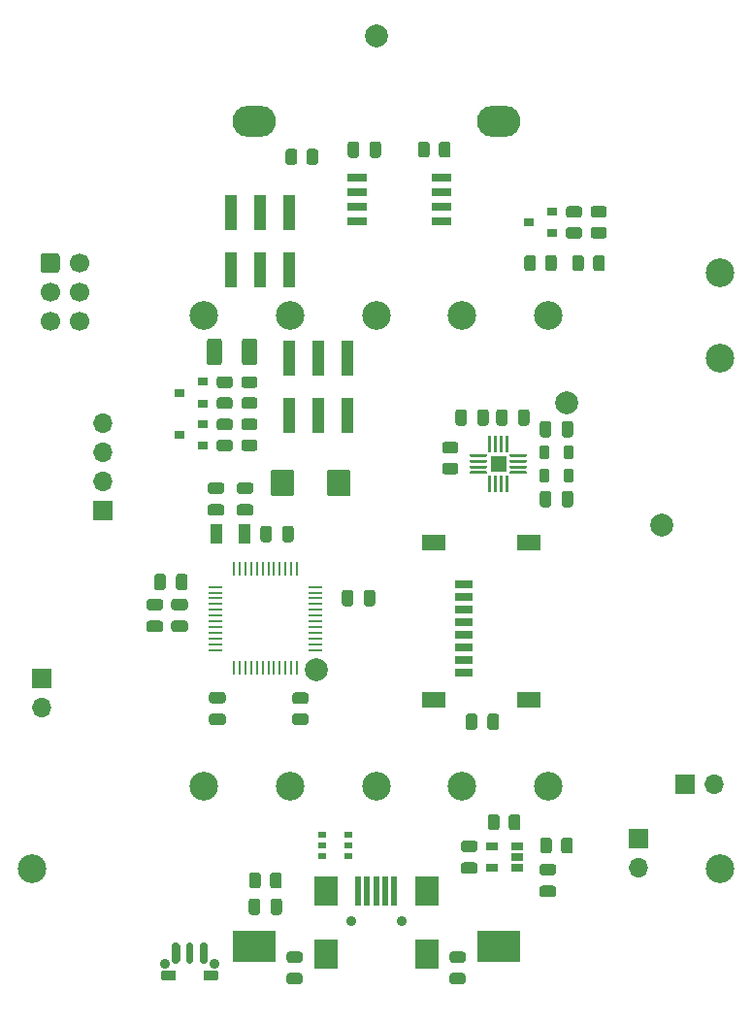
<source format=gbs>
G04 #@! TF.GenerationSoftware,KiCad,Pcbnew,5.1.12-84ad8e8a86~92~ubuntu18.04.1*
G04 #@! TF.CreationDate,2022-01-20T14:35:06+01:00*
G04 #@! TF.ProjectId,pololu-3pi+-audio-expansion,706f6c6f-6c75-42d3-9370-692b2d617564,rev?*
G04 #@! TF.SameCoordinates,Original*
G04 #@! TF.FileFunction,Soldermask,Bot*
G04 #@! TF.FilePolarity,Negative*
%FSLAX46Y46*%
G04 Gerber Fmt 4.6, Leading zero omitted, Abs format (unit mm)*
G04 Created by KiCad (PCBNEW 5.1.12-84ad8e8a86~92~ubuntu18.04.1) date 2022-01-20 14:35:06*
%MOMM*%
%LPD*%
G01*
G04 APERTURE LIST*
%ADD10C,2.000000*%
%ADD11R,1.700000X1.700000*%
%ADD12O,1.700000X1.700000*%
%ADD13C,0.900000*%
%ADD14C,2.500000*%
%ADD15O,3.800000X2.700000*%
%ADD16R,3.800000X2.700000*%
%ADD17R,0.700000X0.510000*%
%ADD18R,1.500000X0.800000*%
%ADD19R,2.000000X1.450000*%
%ADD20R,2.000000X2.500000*%
%ADD21R,0.500000X2.500000*%
%ADD22R,1.000000X3.149999*%
%ADD23R,1.000000X3.150000*%
%ADD24C,1.700000*%
%ADD25R,0.900000X0.800000*%
%ADD26R,0.250000X1.300000*%
%ADD27R,1.300000X0.250000*%
%ADD28R,1.450000X1.450000*%
%ADD29R,1.060000X0.650000*%
%ADD30R,1.700000X0.650000*%
%ADD31R,1.000000X1.800000*%
G04 APERTURE END LIST*
D10*
X49657000Y-33782000D03*
X27813000Y-57023000D03*
X57912000Y-44450000D03*
X33020000Y-1778000D03*
D11*
X9144000Y-43180000D03*
D12*
X9144000Y-40640000D03*
X9144000Y-38100000D03*
X9144000Y-35560000D03*
G36*
G01*
X15564000Y-83502000D02*
X15564000Y-83952000D01*
G75*
G02*
X15339000Y-84177000I-225000J0D01*
G01*
X14489000Y-84177000D01*
G75*
G02*
X14264000Y-83952000I0J225000D01*
G01*
X14264000Y-83502000D01*
G75*
G02*
X14489000Y-83277000I225000J0D01*
G01*
X15339000Y-83277000D01*
G75*
G02*
X15564000Y-83502000I0J-225000D01*
G01*
G37*
G36*
G01*
X19264000Y-83502000D02*
X19264000Y-83952000D01*
G75*
G02*
X19039000Y-84177000I-225000J0D01*
G01*
X18189000Y-84177000D01*
G75*
G02*
X17964000Y-83952000I0J225000D01*
G01*
X17964000Y-83502000D01*
G75*
G02*
X18189000Y-83277000I225000J0D01*
G01*
X19039000Y-83277000D01*
G75*
G02*
X19264000Y-83502000I0J-225000D01*
G01*
G37*
G36*
G01*
X17064000Y-81027000D02*
X17064000Y-82527000D01*
G75*
G02*
X16914000Y-82677000I-150000J0D01*
G01*
X16614000Y-82677000D01*
G75*
G02*
X16464000Y-82527000I0J150000D01*
G01*
X16464000Y-81027000D01*
G75*
G02*
X16614000Y-80877000I150000J0D01*
G01*
X16914000Y-80877000D01*
G75*
G02*
X17064000Y-81027000I0J-150000D01*
G01*
G37*
G36*
G01*
X15914000Y-81064500D02*
X15914000Y-82489500D01*
G75*
G02*
X15726500Y-82677000I-187500J0D01*
G01*
X15351500Y-82677000D01*
G75*
G02*
X15164000Y-82489500I0J187500D01*
G01*
X15164000Y-81064500D01*
G75*
G02*
X15351500Y-80877000I187500J0D01*
G01*
X15726500Y-80877000D01*
G75*
G02*
X15914000Y-81064500I0J-187500D01*
G01*
G37*
G36*
G01*
X18364000Y-81064500D02*
X18364000Y-82489500D01*
G75*
G02*
X18176500Y-82677000I-187500J0D01*
G01*
X17801500Y-82677000D01*
G75*
G02*
X17614000Y-82489500I0J187500D01*
G01*
X17614000Y-81064500D01*
G75*
G02*
X17801500Y-80877000I187500J0D01*
G01*
X18176500Y-80877000D01*
G75*
G02*
X18364000Y-81064500I0J-187500D01*
G01*
G37*
D13*
X14639000Y-82677000D03*
X18889000Y-82677000D03*
D14*
X18018760Y-26149300D03*
X25519380Y-26149300D03*
X33020000Y-26149300D03*
X40520620Y-26149300D03*
X48021240Y-26149300D03*
X63019940Y-22400260D03*
X63019940Y-29900880D03*
X3020060Y-74449940D03*
X63019940Y-74449940D03*
X48021240Y-67249040D03*
X40520620Y-67249040D03*
X33020000Y-67249040D03*
X25519380Y-67249040D03*
X18018760Y-67249040D03*
D15*
X22352000Y-9212000D03*
D16*
X22352000Y-81212000D03*
X43688000Y-81212000D03*
D15*
X43688000Y-9212000D03*
G36*
G01*
X19525000Y-43614000D02*
X18575000Y-43614000D01*
G75*
G02*
X18325000Y-43364000I0J250000D01*
G01*
X18325000Y-42864000D01*
G75*
G02*
X18575000Y-42614000I250000J0D01*
G01*
X19525000Y-42614000D01*
G75*
G02*
X19775000Y-42864000I0J-250000D01*
G01*
X19775000Y-43364000D01*
G75*
G02*
X19525000Y-43614000I-250000J0D01*
G01*
G37*
G36*
G01*
X19525000Y-41714000D02*
X18575000Y-41714000D01*
G75*
G02*
X18325000Y-41464000I0J250000D01*
G01*
X18325000Y-40964000D01*
G75*
G02*
X18575000Y-40714000I250000J0D01*
G01*
X19525000Y-40714000D01*
G75*
G02*
X19775000Y-40964000I0J-250000D01*
G01*
X19775000Y-41464000D01*
G75*
G02*
X19525000Y-41714000I-250000J0D01*
G01*
G37*
G36*
G01*
X22065000Y-41714000D02*
X21115000Y-41714000D01*
G75*
G02*
X20865000Y-41464000I0J250000D01*
G01*
X20865000Y-40964000D01*
G75*
G02*
X21115000Y-40714000I250000J0D01*
G01*
X22065000Y-40714000D01*
G75*
G02*
X22315000Y-40964000I0J-250000D01*
G01*
X22315000Y-41464000D01*
G75*
G02*
X22065000Y-41714000I-250000J0D01*
G01*
G37*
G36*
G01*
X22065000Y-43614000D02*
X21115000Y-43614000D01*
G75*
G02*
X20865000Y-43364000I0J250000D01*
G01*
X20865000Y-42864000D01*
G75*
G02*
X21115000Y-42614000I250000J0D01*
G01*
X22065000Y-42614000D01*
G75*
G02*
X22315000Y-42864000I0J-250000D01*
G01*
X22315000Y-43364000D01*
G75*
G02*
X22065000Y-43614000I-250000J0D01*
G01*
G37*
G36*
G01*
X13241000Y-50874000D02*
X14191000Y-50874000D01*
G75*
G02*
X14441000Y-51124000I0J-250000D01*
G01*
X14441000Y-51624000D01*
G75*
G02*
X14191000Y-51874000I-250000J0D01*
G01*
X13241000Y-51874000D01*
G75*
G02*
X12991000Y-51624000I0J250000D01*
G01*
X12991000Y-51124000D01*
G75*
G02*
X13241000Y-50874000I250000J0D01*
G01*
G37*
G36*
G01*
X13241000Y-52774000D02*
X14191000Y-52774000D01*
G75*
G02*
X14441000Y-53024000I0J-250000D01*
G01*
X14441000Y-53524000D01*
G75*
G02*
X14191000Y-53774000I-250000J0D01*
G01*
X13241000Y-53774000D01*
G75*
G02*
X12991000Y-53524000I0J250000D01*
G01*
X12991000Y-53024000D01*
G75*
G02*
X13241000Y-52774000I250000J0D01*
G01*
G37*
G36*
G01*
X24834000Y-45687000D02*
X24834000Y-44737000D01*
G75*
G02*
X25084000Y-44487000I250000J0D01*
G01*
X25584000Y-44487000D01*
G75*
G02*
X25834000Y-44737000I0J-250000D01*
G01*
X25834000Y-45687000D01*
G75*
G02*
X25584000Y-45937000I-250000J0D01*
G01*
X25084000Y-45937000D01*
G75*
G02*
X24834000Y-45687000I0J250000D01*
G01*
G37*
G36*
G01*
X22934000Y-45687000D02*
X22934000Y-44737000D01*
G75*
G02*
X23184000Y-44487000I250000J0D01*
G01*
X23684000Y-44487000D01*
G75*
G02*
X23934000Y-44737000I0J-250000D01*
G01*
X23934000Y-45687000D01*
G75*
G02*
X23684000Y-45937000I-250000J0D01*
G01*
X23184000Y-45937000D01*
G75*
G02*
X22934000Y-45687000I0J250000D01*
G01*
G37*
G36*
G01*
X30046000Y-51275000D02*
X30046000Y-50325000D01*
G75*
G02*
X30296000Y-50075000I250000J0D01*
G01*
X30796000Y-50075000D01*
G75*
G02*
X31046000Y-50325000I0J-250000D01*
G01*
X31046000Y-51275000D01*
G75*
G02*
X30796000Y-51525000I-250000J0D01*
G01*
X30296000Y-51525000D01*
G75*
G02*
X30046000Y-51275000I0J250000D01*
G01*
G37*
G36*
G01*
X31946000Y-51275000D02*
X31946000Y-50325000D01*
G75*
G02*
X32196000Y-50075000I250000J0D01*
G01*
X32696000Y-50075000D01*
G75*
G02*
X32946000Y-50325000I0J-250000D01*
G01*
X32946000Y-51275000D01*
G75*
G02*
X32696000Y-51525000I-250000J0D01*
G01*
X32196000Y-51525000D01*
G75*
G02*
X31946000Y-51275000I0J250000D01*
G01*
G37*
G36*
G01*
X18702000Y-60902000D02*
X19652000Y-60902000D01*
G75*
G02*
X19902000Y-61152000I0J-250000D01*
G01*
X19902000Y-61652000D01*
G75*
G02*
X19652000Y-61902000I-250000J0D01*
G01*
X18702000Y-61902000D01*
G75*
G02*
X18452000Y-61652000I0J250000D01*
G01*
X18452000Y-61152000D01*
G75*
G02*
X18702000Y-60902000I250000J0D01*
G01*
G37*
G36*
G01*
X18702000Y-59002000D02*
X19652000Y-59002000D01*
G75*
G02*
X19902000Y-59252000I0J-250000D01*
G01*
X19902000Y-59752000D01*
G75*
G02*
X19652000Y-60002000I-250000J0D01*
G01*
X18702000Y-60002000D01*
G75*
G02*
X18452000Y-59752000I0J250000D01*
G01*
X18452000Y-59252000D01*
G75*
G02*
X18702000Y-59002000I250000J0D01*
G01*
G37*
G36*
G01*
X15400000Y-50874000D02*
X16350000Y-50874000D01*
G75*
G02*
X16600000Y-51124000I0J-250000D01*
G01*
X16600000Y-51624000D01*
G75*
G02*
X16350000Y-51874000I-250000J0D01*
G01*
X15400000Y-51874000D01*
G75*
G02*
X15150000Y-51624000I0J250000D01*
G01*
X15150000Y-51124000D01*
G75*
G02*
X15400000Y-50874000I250000J0D01*
G01*
G37*
G36*
G01*
X15400000Y-52774000D02*
X16350000Y-52774000D01*
G75*
G02*
X16600000Y-53024000I0J-250000D01*
G01*
X16600000Y-53524000D01*
G75*
G02*
X16350000Y-53774000I-250000J0D01*
G01*
X15400000Y-53774000D01*
G75*
G02*
X15150000Y-53524000I0J250000D01*
G01*
X15150000Y-53024000D01*
G75*
G02*
X15400000Y-52774000I250000J0D01*
G01*
G37*
G36*
G01*
X16563000Y-48928000D02*
X16563000Y-49878000D01*
G75*
G02*
X16313000Y-50128000I-250000J0D01*
G01*
X15813000Y-50128000D01*
G75*
G02*
X15563000Y-49878000I0J250000D01*
G01*
X15563000Y-48928000D01*
G75*
G02*
X15813000Y-48678000I250000J0D01*
G01*
X16313000Y-48678000D01*
G75*
G02*
X16563000Y-48928000I0J-250000D01*
G01*
G37*
G36*
G01*
X14663000Y-48928000D02*
X14663000Y-49878000D01*
G75*
G02*
X14413000Y-50128000I-250000J0D01*
G01*
X13913000Y-50128000D01*
G75*
G02*
X13663000Y-49878000I0J250000D01*
G01*
X13663000Y-48928000D01*
G75*
G02*
X13913000Y-48678000I250000J0D01*
G01*
X14413000Y-48678000D01*
G75*
G02*
X14663000Y-48928000I0J-250000D01*
G01*
G37*
G36*
G01*
X43741000Y-61120000D02*
X43741000Y-62070000D01*
G75*
G02*
X43491000Y-62320000I-250000J0D01*
G01*
X42991000Y-62320000D01*
G75*
G02*
X42741000Y-62070000I0J250000D01*
G01*
X42741000Y-61120000D01*
G75*
G02*
X42991000Y-60870000I250000J0D01*
G01*
X43491000Y-60870000D01*
G75*
G02*
X43741000Y-61120000I0J-250000D01*
G01*
G37*
G36*
G01*
X41841000Y-61120000D02*
X41841000Y-62070000D01*
G75*
G02*
X41591000Y-62320000I-250000J0D01*
G01*
X41091000Y-62320000D01*
G75*
G02*
X40841000Y-62070000I0J250000D01*
G01*
X40841000Y-61120000D01*
G75*
G02*
X41091000Y-60870000I250000J0D01*
G01*
X41591000Y-60870000D01*
G75*
G02*
X41841000Y-61120000I0J-250000D01*
G01*
G37*
G36*
G01*
X42852000Y-34577000D02*
X42852000Y-35527000D01*
G75*
G02*
X42602000Y-35777000I-250000J0D01*
G01*
X42102000Y-35777000D01*
G75*
G02*
X41852000Y-35527000I0J250000D01*
G01*
X41852000Y-34577000D01*
G75*
G02*
X42102000Y-34327000I250000J0D01*
G01*
X42602000Y-34327000D01*
G75*
G02*
X42852000Y-34577000I0J-250000D01*
G01*
G37*
G36*
G01*
X40952000Y-34577000D02*
X40952000Y-35527000D01*
G75*
G02*
X40702000Y-35777000I-250000J0D01*
G01*
X40202000Y-35777000D01*
G75*
G02*
X39952000Y-35527000I0J250000D01*
G01*
X39952000Y-34577000D01*
G75*
G02*
X40202000Y-34327000I250000J0D01*
G01*
X40702000Y-34327000D01*
G75*
G02*
X40952000Y-34577000I0J-250000D01*
G01*
G37*
G36*
G01*
X43508000Y-35527000D02*
X43508000Y-34577000D01*
G75*
G02*
X43758000Y-34327000I250000J0D01*
G01*
X44258000Y-34327000D01*
G75*
G02*
X44508000Y-34577000I0J-250000D01*
G01*
X44508000Y-35527000D01*
G75*
G02*
X44258000Y-35777000I-250000J0D01*
G01*
X43758000Y-35777000D01*
G75*
G02*
X43508000Y-35527000I0J250000D01*
G01*
G37*
G36*
G01*
X45408000Y-35527000D02*
X45408000Y-34577000D01*
G75*
G02*
X45658000Y-34327000I250000J0D01*
G01*
X46158000Y-34327000D01*
G75*
G02*
X46408000Y-34577000I0J-250000D01*
G01*
X46408000Y-35527000D01*
G75*
G02*
X46158000Y-35777000I-250000J0D01*
G01*
X45658000Y-35777000D01*
G75*
G02*
X45408000Y-35527000I0J250000D01*
G01*
G37*
G36*
G01*
X48318000Y-35593000D02*
X48318000Y-36543000D01*
G75*
G02*
X48068000Y-36793000I-250000J0D01*
G01*
X47568000Y-36793000D01*
G75*
G02*
X47318000Y-36543000I0J250000D01*
G01*
X47318000Y-35593000D01*
G75*
G02*
X47568000Y-35343000I250000J0D01*
G01*
X48068000Y-35343000D01*
G75*
G02*
X48318000Y-35593000I0J-250000D01*
G01*
G37*
G36*
G01*
X50218000Y-35593000D02*
X50218000Y-36543000D01*
G75*
G02*
X49968000Y-36793000I-250000J0D01*
G01*
X49468000Y-36793000D01*
G75*
G02*
X49218000Y-36543000I0J250000D01*
G01*
X49218000Y-35593000D01*
G75*
G02*
X49468000Y-35343000I250000J0D01*
G01*
X49968000Y-35343000D01*
G75*
G02*
X50218000Y-35593000I0J-250000D01*
G01*
G37*
G36*
G01*
X48318000Y-41689000D02*
X48318000Y-42639000D01*
G75*
G02*
X48068000Y-42889000I-250000J0D01*
G01*
X47568000Y-42889000D01*
G75*
G02*
X47318000Y-42639000I0J250000D01*
G01*
X47318000Y-41689000D01*
G75*
G02*
X47568000Y-41439000I250000J0D01*
G01*
X48068000Y-41439000D01*
G75*
G02*
X48318000Y-41689000I0J-250000D01*
G01*
G37*
G36*
G01*
X50218000Y-41689000D02*
X50218000Y-42639000D01*
G75*
G02*
X49968000Y-42889000I-250000J0D01*
G01*
X49468000Y-42889000D01*
G75*
G02*
X49218000Y-42639000I0J250000D01*
G01*
X49218000Y-41689000D01*
G75*
G02*
X49468000Y-41439000I250000J0D01*
G01*
X49968000Y-41439000D01*
G75*
G02*
X50218000Y-41689000I0J-250000D01*
G01*
G37*
G36*
G01*
X22918000Y-77249000D02*
X22918000Y-78199000D01*
G75*
G02*
X22668000Y-78449000I-250000J0D01*
G01*
X22168000Y-78449000D01*
G75*
G02*
X21918000Y-78199000I0J250000D01*
G01*
X21918000Y-77249000D01*
G75*
G02*
X22168000Y-76999000I250000J0D01*
G01*
X22668000Y-76999000D01*
G75*
G02*
X22918000Y-77249000I0J-250000D01*
G01*
G37*
G36*
G01*
X24818000Y-77249000D02*
X24818000Y-78199000D01*
G75*
G02*
X24568000Y-78449000I-250000J0D01*
G01*
X24068000Y-78449000D01*
G75*
G02*
X23818000Y-78199000I0J250000D01*
G01*
X23818000Y-77249000D01*
G75*
G02*
X24068000Y-76999000I250000J0D01*
G01*
X24568000Y-76999000D01*
G75*
G02*
X24818000Y-77249000I0J-250000D01*
G01*
G37*
G36*
G01*
X41623000Y-72956000D02*
X40673000Y-72956000D01*
G75*
G02*
X40423000Y-72706000I0J250000D01*
G01*
X40423000Y-72206000D01*
G75*
G02*
X40673000Y-71956000I250000J0D01*
G01*
X41623000Y-71956000D01*
G75*
G02*
X41873000Y-72206000I0J-250000D01*
G01*
X41873000Y-72706000D01*
G75*
G02*
X41623000Y-72956000I-250000J0D01*
G01*
G37*
G36*
G01*
X41623000Y-74856000D02*
X40673000Y-74856000D01*
G75*
G02*
X40423000Y-74606000I0J250000D01*
G01*
X40423000Y-74106000D01*
G75*
G02*
X40673000Y-73856000I250000J0D01*
G01*
X41623000Y-73856000D01*
G75*
G02*
X41873000Y-74106000I0J-250000D01*
G01*
X41873000Y-74606000D01*
G75*
G02*
X41623000Y-74856000I-250000J0D01*
G01*
G37*
G36*
G01*
X47531000Y-73988000D02*
X48481000Y-73988000D01*
G75*
G02*
X48731000Y-74238000I0J-250000D01*
G01*
X48731000Y-74738000D01*
G75*
G02*
X48481000Y-74988000I-250000J0D01*
G01*
X47531000Y-74988000D01*
G75*
G02*
X47281000Y-74738000I0J250000D01*
G01*
X47281000Y-74238000D01*
G75*
G02*
X47531000Y-73988000I250000J0D01*
G01*
G37*
G36*
G01*
X47531000Y-75888000D02*
X48481000Y-75888000D01*
G75*
G02*
X48731000Y-76138000I0J-250000D01*
G01*
X48731000Y-76638000D01*
G75*
G02*
X48481000Y-76888000I-250000J0D01*
G01*
X47531000Y-76888000D01*
G75*
G02*
X47281000Y-76638000I0J250000D01*
G01*
X47281000Y-76138000D01*
G75*
G02*
X47531000Y-75888000I250000J0D01*
G01*
G37*
G36*
G01*
X31554000Y-11209000D02*
X31554000Y-12159000D01*
G75*
G02*
X31304000Y-12409000I-250000J0D01*
G01*
X30804000Y-12409000D01*
G75*
G02*
X30554000Y-12159000I0J250000D01*
G01*
X30554000Y-11209000D01*
G75*
G02*
X30804000Y-10959000I250000J0D01*
G01*
X31304000Y-10959000D01*
G75*
G02*
X31554000Y-11209000I0J-250000D01*
G01*
G37*
G36*
G01*
X33454000Y-11209000D02*
X33454000Y-12159000D01*
G75*
G02*
X33204000Y-12409000I-250000J0D01*
G01*
X32704000Y-12409000D01*
G75*
G02*
X32454000Y-12159000I0J250000D01*
G01*
X32454000Y-11209000D01*
G75*
G02*
X32704000Y-10959000I250000J0D01*
G01*
X33204000Y-10959000D01*
G75*
G02*
X33454000Y-11209000I0J-250000D01*
G01*
G37*
G36*
G01*
X26364250Y-82608000D02*
X25451750Y-82608000D01*
G75*
G02*
X25208000Y-82364250I0J243750D01*
G01*
X25208000Y-81876750D01*
G75*
G02*
X25451750Y-81633000I243750J0D01*
G01*
X26364250Y-81633000D01*
G75*
G02*
X26608000Y-81876750I0J-243750D01*
G01*
X26608000Y-82364250D01*
G75*
G02*
X26364250Y-82608000I-243750J0D01*
G01*
G37*
G36*
G01*
X26364250Y-84483000D02*
X25451750Y-84483000D01*
G75*
G02*
X25208000Y-84239250I0J243750D01*
G01*
X25208000Y-83751750D01*
G75*
G02*
X25451750Y-83508000I243750J0D01*
G01*
X26364250Y-83508000D01*
G75*
G02*
X26608000Y-83751750I0J-243750D01*
G01*
X26608000Y-84239250D01*
G75*
G02*
X26364250Y-84483000I-243750J0D01*
G01*
G37*
D17*
X28304000Y-73340000D03*
X28304000Y-72390000D03*
X28304000Y-71440000D03*
X30624000Y-71440000D03*
X30624000Y-72390000D03*
X30624000Y-73340000D03*
G36*
G01*
X40588250Y-84483000D02*
X39675750Y-84483000D01*
G75*
G02*
X39432000Y-84239250I0J243750D01*
G01*
X39432000Y-83751750D01*
G75*
G02*
X39675750Y-83508000I243750J0D01*
G01*
X40588250Y-83508000D01*
G75*
G02*
X40832000Y-83751750I0J-243750D01*
G01*
X40832000Y-84239250D01*
G75*
G02*
X40588250Y-84483000I-243750J0D01*
G01*
G37*
G36*
G01*
X40588250Y-82608000D02*
X39675750Y-82608000D01*
G75*
G02*
X39432000Y-82364250I0J243750D01*
G01*
X39432000Y-81876750D01*
G75*
G02*
X39675750Y-81633000I243750J0D01*
G01*
X40588250Y-81633000D01*
G75*
G02*
X40832000Y-81876750I0J-243750D01*
G01*
X40832000Y-82364250D01*
G75*
G02*
X40588250Y-82608000I-243750J0D01*
G01*
G37*
D18*
X40652000Y-49632000D03*
X40652000Y-50732000D03*
X40652000Y-51832000D03*
X40652000Y-52932000D03*
X40652000Y-54032000D03*
X40652000Y-55132000D03*
X40652000Y-56232000D03*
X40652000Y-57332000D03*
D19*
X38052000Y-45957000D03*
X46352000Y-45957000D03*
X38052000Y-59707000D03*
X46352000Y-59707000D03*
D20*
X37420000Y-81894000D03*
X28620000Y-81894000D03*
X37420000Y-76394000D03*
X28620000Y-76394000D03*
D21*
X34620000Y-76394000D03*
X33820000Y-76394000D03*
X33020000Y-76394000D03*
X32220000Y-76394000D03*
X31420000Y-76394000D03*
D13*
X35220000Y-78994000D03*
X30820000Y-78994000D03*
D12*
X55880000Y-74295000D03*
D11*
X55880000Y-71755000D03*
X3810000Y-57785000D03*
D12*
X3810000Y-60325000D03*
D22*
X25400000Y-22210000D03*
X25400000Y-17160000D03*
D23*
X22860000Y-22210000D03*
X22860000Y-17160000D03*
X20320000Y-22210000D03*
X20320000Y-17160000D03*
X30480000Y-34910000D03*
X30480000Y-29860000D03*
X27940000Y-34910000D03*
X27940000Y-29860000D03*
D22*
X25400000Y-34910000D03*
X25400000Y-29860000D03*
G36*
G01*
X3722000Y-22190000D02*
X3722000Y-20990000D01*
G75*
G02*
X3972000Y-20740000I250000J0D01*
G01*
X5172000Y-20740000D01*
G75*
G02*
X5422000Y-20990000I0J-250000D01*
G01*
X5422000Y-22190000D01*
G75*
G02*
X5172000Y-22440000I-250000J0D01*
G01*
X3972000Y-22440000D01*
G75*
G02*
X3722000Y-22190000I0J250000D01*
G01*
G37*
D24*
X4572000Y-24130000D03*
X4572000Y-26670000D03*
X7112000Y-21590000D03*
X7112000Y-24130000D03*
X7112000Y-26670000D03*
G36*
G01*
X49393000Y-38481250D02*
X49393000Y-37718750D01*
G75*
G02*
X49611750Y-37500000I218750J0D01*
G01*
X50049250Y-37500000D01*
G75*
G02*
X50268000Y-37718750I0J-218750D01*
G01*
X50268000Y-38481250D01*
G75*
G02*
X50049250Y-38700000I-218750J0D01*
G01*
X49611750Y-38700000D01*
G75*
G02*
X49393000Y-38481250I0J218750D01*
G01*
G37*
G36*
G01*
X47268000Y-38481250D02*
X47268000Y-37718750D01*
G75*
G02*
X47486750Y-37500000I218750J0D01*
G01*
X47924250Y-37500000D01*
G75*
G02*
X48143000Y-37718750I0J-218750D01*
G01*
X48143000Y-38481250D01*
G75*
G02*
X47924250Y-38700000I-218750J0D01*
G01*
X47486750Y-38700000D01*
G75*
G02*
X47268000Y-38481250I0J218750D01*
G01*
G37*
G36*
G01*
X47268000Y-40513250D02*
X47268000Y-39750750D01*
G75*
G02*
X47486750Y-39532000I218750J0D01*
G01*
X47924250Y-39532000D01*
G75*
G02*
X48143000Y-39750750I0J-218750D01*
G01*
X48143000Y-40513250D01*
G75*
G02*
X47924250Y-40732000I-218750J0D01*
G01*
X47486750Y-40732000D01*
G75*
G02*
X47268000Y-40513250I0J218750D01*
G01*
G37*
G36*
G01*
X49393000Y-40513250D02*
X49393000Y-39750750D01*
G75*
G02*
X49611750Y-39532000I218750J0D01*
G01*
X50049250Y-39532000D01*
G75*
G02*
X50268000Y-39750750I0J-218750D01*
G01*
X50268000Y-40513250D01*
G75*
G02*
X50049250Y-40732000I-218750J0D01*
G01*
X49611750Y-40732000D01*
G75*
G02*
X49393000Y-40513250I0J218750D01*
G01*
G37*
D11*
X59944000Y-67056000D03*
D12*
X62484000Y-67056000D03*
D25*
X17891000Y-35626000D03*
X17891000Y-37526000D03*
X15891000Y-36576000D03*
X17891000Y-31943000D03*
X17891000Y-33843000D03*
X15891000Y-32893000D03*
X46371000Y-18034000D03*
X48371000Y-18984000D03*
X48371000Y-17084000D03*
G36*
G01*
X26866002Y-60052000D02*
X25965998Y-60052000D01*
G75*
G02*
X25716000Y-59802002I0J249998D01*
G01*
X25716000Y-59276998D01*
G75*
G02*
X25965998Y-59027000I249998J0D01*
G01*
X26866002Y-59027000D01*
G75*
G02*
X27116000Y-59276998I0J-249998D01*
G01*
X27116000Y-59802002D01*
G75*
G02*
X26866002Y-60052000I-249998J0D01*
G01*
G37*
G36*
G01*
X26866002Y-61877000D02*
X25965998Y-61877000D01*
G75*
G02*
X25716000Y-61627002I0J249998D01*
G01*
X25716000Y-61101998D01*
G75*
G02*
X25965998Y-60852000I249998J0D01*
G01*
X26866002Y-60852000D01*
G75*
G02*
X27116000Y-61101998I0J-249998D01*
G01*
X27116000Y-61627002D01*
G75*
G02*
X26866002Y-61877000I-249998J0D01*
G01*
G37*
G36*
G01*
X19361998Y-35151000D02*
X20262002Y-35151000D01*
G75*
G02*
X20512000Y-35400998I0J-249998D01*
G01*
X20512000Y-35926002D01*
G75*
G02*
X20262002Y-36176000I-249998J0D01*
G01*
X19361998Y-36176000D01*
G75*
G02*
X19112000Y-35926002I0J249998D01*
G01*
X19112000Y-35400998D01*
G75*
G02*
X19361998Y-35151000I249998J0D01*
G01*
G37*
G36*
G01*
X19361998Y-36976000D02*
X20262002Y-36976000D01*
G75*
G02*
X20512000Y-37225998I0J-249998D01*
G01*
X20512000Y-37751002D01*
G75*
G02*
X20262002Y-38001000I-249998J0D01*
G01*
X19361998Y-38001000D01*
G75*
G02*
X19112000Y-37751002I0J249998D01*
G01*
X19112000Y-37225998D01*
G75*
G02*
X19361998Y-36976000I249998J0D01*
G01*
G37*
G36*
G01*
X19361998Y-31468000D02*
X20262002Y-31468000D01*
G75*
G02*
X20512000Y-31717998I0J-249998D01*
G01*
X20512000Y-32243002D01*
G75*
G02*
X20262002Y-32493000I-249998J0D01*
G01*
X19361998Y-32493000D01*
G75*
G02*
X19112000Y-32243002I0J249998D01*
G01*
X19112000Y-31717998D01*
G75*
G02*
X19361998Y-31468000I249998J0D01*
G01*
G37*
G36*
G01*
X19361998Y-33293000D02*
X20262002Y-33293000D01*
G75*
G02*
X20512000Y-33542998I0J-249998D01*
G01*
X20512000Y-34068002D01*
G75*
G02*
X20262002Y-34318000I-249998J0D01*
G01*
X19361998Y-34318000D01*
G75*
G02*
X19112000Y-34068002I0J249998D01*
G01*
X19112000Y-33542998D01*
G75*
G02*
X19361998Y-33293000I249998J0D01*
G01*
G37*
G36*
G01*
X21520998Y-36976000D02*
X22421002Y-36976000D01*
G75*
G02*
X22671000Y-37225998I0J-249998D01*
G01*
X22671000Y-37751002D01*
G75*
G02*
X22421002Y-38001000I-249998J0D01*
G01*
X21520998Y-38001000D01*
G75*
G02*
X21271000Y-37751002I0J249998D01*
G01*
X21271000Y-37225998D01*
G75*
G02*
X21520998Y-36976000I249998J0D01*
G01*
G37*
G36*
G01*
X21520998Y-35151000D02*
X22421002Y-35151000D01*
G75*
G02*
X22671000Y-35400998I0J-249998D01*
G01*
X22671000Y-35926002D01*
G75*
G02*
X22421002Y-36176000I-249998J0D01*
G01*
X21520998Y-36176000D01*
G75*
G02*
X21271000Y-35926002I0J249998D01*
G01*
X21271000Y-35400998D01*
G75*
G02*
X21520998Y-35151000I249998J0D01*
G01*
G37*
G36*
G01*
X21520998Y-33293000D02*
X22421002Y-33293000D01*
G75*
G02*
X22671000Y-33542998I0J-249998D01*
G01*
X22671000Y-34068002D01*
G75*
G02*
X22421002Y-34318000I-249998J0D01*
G01*
X21520998Y-34318000D01*
G75*
G02*
X21271000Y-34068002I0J249998D01*
G01*
X21271000Y-33542998D01*
G75*
G02*
X21520998Y-33293000I249998J0D01*
G01*
G37*
G36*
G01*
X21520998Y-31468000D02*
X22421002Y-31468000D01*
G75*
G02*
X22671000Y-31717998I0J-249998D01*
G01*
X22671000Y-32243002D01*
G75*
G02*
X22421002Y-32493000I-249998J0D01*
G01*
X21520998Y-32493000D01*
G75*
G02*
X21271000Y-32243002I0J249998D01*
G01*
X21271000Y-31717998D01*
G75*
G02*
X21520998Y-31468000I249998J0D01*
G01*
G37*
G36*
G01*
X39947002Y-38208000D02*
X39046998Y-38208000D01*
G75*
G02*
X38797000Y-37958002I0J249998D01*
G01*
X38797000Y-37432998D01*
G75*
G02*
X39046998Y-37183000I249998J0D01*
G01*
X39947002Y-37183000D01*
G75*
G02*
X40197000Y-37432998I0J-249998D01*
G01*
X40197000Y-37958002D01*
G75*
G02*
X39947002Y-38208000I-249998J0D01*
G01*
G37*
G36*
G01*
X39947002Y-40033000D02*
X39046998Y-40033000D01*
G75*
G02*
X38797000Y-39783002I0J249998D01*
G01*
X38797000Y-39257998D01*
G75*
G02*
X39046998Y-39008000I249998J0D01*
G01*
X39947002Y-39008000D01*
G75*
G02*
X40197000Y-39257998I0J-249998D01*
G01*
X40197000Y-39783002D01*
G75*
G02*
X39947002Y-40033000I-249998J0D01*
G01*
G37*
G36*
G01*
X24793000Y-74987998D02*
X24793000Y-75888002D01*
G75*
G02*
X24543002Y-76138000I-249998J0D01*
G01*
X24017998Y-76138000D01*
G75*
G02*
X23768000Y-75888002I0J249998D01*
G01*
X23768000Y-74987998D01*
G75*
G02*
X24017998Y-74738000I249998J0D01*
G01*
X24543002Y-74738000D01*
G75*
G02*
X24793000Y-74987998I0J-249998D01*
G01*
G37*
G36*
G01*
X22968000Y-74987998D02*
X22968000Y-75888002D01*
G75*
G02*
X22718002Y-76138000I-249998J0D01*
G01*
X22192998Y-76138000D01*
G75*
G02*
X21943000Y-75888002I0J249998D01*
G01*
X21943000Y-74987998D01*
G75*
G02*
X22192998Y-74738000I249998J0D01*
G01*
X22718002Y-74738000D01*
G75*
G02*
X22968000Y-74987998I0J-249998D01*
G01*
G37*
G36*
G01*
X42771000Y-70808002D02*
X42771000Y-69907998D01*
G75*
G02*
X43020998Y-69658000I249998J0D01*
G01*
X43546002Y-69658000D01*
G75*
G02*
X43796000Y-69907998I0J-249998D01*
G01*
X43796000Y-70808002D01*
G75*
G02*
X43546002Y-71058000I-249998J0D01*
G01*
X43020998Y-71058000D01*
G75*
G02*
X42771000Y-70808002I0J249998D01*
G01*
G37*
G36*
G01*
X44596000Y-70808002D02*
X44596000Y-69907998D01*
G75*
G02*
X44845998Y-69658000I249998J0D01*
G01*
X45371002Y-69658000D01*
G75*
G02*
X45621000Y-69907998I0J-249998D01*
G01*
X45621000Y-70808002D01*
G75*
G02*
X45371002Y-71058000I-249998J0D01*
G01*
X44845998Y-71058000D01*
G75*
G02*
X44596000Y-70808002I0J249998D01*
G01*
G37*
G36*
G01*
X48368000Y-71939998D02*
X48368000Y-72840002D01*
G75*
G02*
X48118002Y-73090000I-249998J0D01*
G01*
X47592998Y-73090000D01*
G75*
G02*
X47343000Y-72840002I0J249998D01*
G01*
X47343000Y-71939998D01*
G75*
G02*
X47592998Y-71690000I249998J0D01*
G01*
X48118002Y-71690000D01*
G75*
G02*
X48368000Y-71939998I0J-249998D01*
G01*
G37*
G36*
G01*
X50193000Y-71939998D02*
X50193000Y-72840002D01*
G75*
G02*
X49943002Y-73090000I-249998J0D01*
G01*
X49417998Y-73090000D01*
G75*
G02*
X49168000Y-72840002I0J249998D01*
G01*
X49168000Y-71939998D01*
G75*
G02*
X49417998Y-71690000I249998J0D01*
G01*
X49943002Y-71690000D01*
G75*
G02*
X50193000Y-71939998I0J-249998D01*
G01*
G37*
G36*
G01*
X38500000Y-12134002D02*
X38500000Y-11233998D01*
G75*
G02*
X38749998Y-10984000I249998J0D01*
G01*
X39275002Y-10984000D01*
G75*
G02*
X39525000Y-11233998I0J-249998D01*
G01*
X39525000Y-12134002D01*
G75*
G02*
X39275002Y-12384000I-249998J0D01*
G01*
X38749998Y-12384000D01*
G75*
G02*
X38500000Y-12134002I0J249998D01*
G01*
G37*
G36*
G01*
X36675000Y-12134002D02*
X36675000Y-11233998D01*
G75*
G02*
X36924998Y-10984000I249998J0D01*
G01*
X37450002Y-10984000D01*
G75*
G02*
X37700000Y-11233998I0J-249998D01*
G01*
X37700000Y-12134002D01*
G75*
G02*
X37450002Y-12384000I-249998J0D01*
G01*
X36924998Y-12384000D01*
G75*
G02*
X36675000Y-12134002I0J249998D01*
G01*
G37*
G36*
G01*
X48796000Y-21139998D02*
X48796000Y-22040002D01*
G75*
G02*
X48546002Y-22290000I-249998J0D01*
G01*
X48020998Y-22290000D01*
G75*
G02*
X47771000Y-22040002I0J249998D01*
G01*
X47771000Y-21139998D01*
G75*
G02*
X48020998Y-20890000I249998J0D01*
G01*
X48546002Y-20890000D01*
G75*
G02*
X48796000Y-21139998I0J-249998D01*
G01*
G37*
G36*
G01*
X46971000Y-21139998D02*
X46971000Y-22040002D01*
G75*
G02*
X46721002Y-22290000I-249998J0D01*
G01*
X46195998Y-22290000D01*
G75*
G02*
X45946000Y-22040002I0J249998D01*
G01*
X45946000Y-21139998D01*
G75*
G02*
X46195998Y-20890000I249998J0D01*
G01*
X46721002Y-20890000D01*
G75*
G02*
X46971000Y-21139998I0J-249998D01*
G01*
G37*
G36*
G01*
X26943000Y-12769002D02*
X26943000Y-11868998D01*
G75*
G02*
X27192998Y-11619000I249998J0D01*
G01*
X27718002Y-11619000D01*
G75*
G02*
X27968000Y-11868998I0J-249998D01*
G01*
X27968000Y-12769002D01*
G75*
G02*
X27718002Y-13019000I-249998J0D01*
G01*
X27192998Y-13019000D01*
G75*
G02*
X26943000Y-12769002I0J249998D01*
G01*
G37*
G36*
G01*
X25118000Y-12769002D02*
X25118000Y-11868998D01*
G75*
G02*
X25367998Y-11619000I249998J0D01*
G01*
X25893002Y-11619000D01*
G75*
G02*
X26143000Y-11868998I0J-249998D01*
G01*
X26143000Y-12769002D01*
G75*
G02*
X25893002Y-13019000I-249998J0D01*
G01*
X25367998Y-13019000D01*
G75*
G02*
X25118000Y-12769002I0J249998D01*
G01*
G37*
G36*
G01*
X49841998Y-16609000D02*
X50742002Y-16609000D01*
G75*
G02*
X50992000Y-16858998I0J-249998D01*
G01*
X50992000Y-17384002D01*
G75*
G02*
X50742002Y-17634000I-249998J0D01*
G01*
X49841998Y-17634000D01*
G75*
G02*
X49592000Y-17384002I0J249998D01*
G01*
X49592000Y-16858998D01*
G75*
G02*
X49841998Y-16609000I249998J0D01*
G01*
G37*
G36*
G01*
X49841998Y-18434000D02*
X50742002Y-18434000D01*
G75*
G02*
X50992000Y-18683998I0J-249998D01*
G01*
X50992000Y-19209002D01*
G75*
G02*
X50742002Y-19459000I-249998J0D01*
G01*
X49841998Y-19459000D01*
G75*
G02*
X49592000Y-19209002I0J249998D01*
G01*
X49592000Y-18683998D01*
G75*
G02*
X49841998Y-18434000I249998J0D01*
G01*
G37*
G36*
G01*
X52000998Y-16609000D02*
X52901002Y-16609000D01*
G75*
G02*
X53151000Y-16858998I0J-249998D01*
G01*
X53151000Y-17384002D01*
G75*
G02*
X52901002Y-17634000I-249998J0D01*
G01*
X52000998Y-17634000D01*
G75*
G02*
X51751000Y-17384002I0J249998D01*
G01*
X51751000Y-16858998D01*
G75*
G02*
X52000998Y-16609000I249998J0D01*
G01*
G37*
G36*
G01*
X52000998Y-18434000D02*
X52901002Y-18434000D01*
G75*
G02*
X53151000Y-18683998I0J-249998D01*
G01*
X53151000Y-19209002D01*
G75*
G02*
X52901002Y-19459000I-249998J0D01*
G01*
X52000998Y-19459000D01*
G75*
G02*
X51751000Y-19209002I0J249998D01*
G01*
X51751000Y-18683998D01*
G75*
G02*
X52000998Y-18434000I249998J0D01*
G01*
G37*
D26*
X20618000Y-48228000D03*
X21118000Y-48228000D03*
X21618000Y-48228000D03*
X22118000Y-48228000D03*
X22618000Y-48228000D03*
X23118000Y-48228000D03*
X23618000Y-48228000D03*
X24118000Y-48228000D03*
X24618000Y-48228000D03*
X25118000Y-48228000D03*
X25618000Y-48228000D03*
X26118000Y-48228000D03*
D27*
X27718000Y-49828000D03*
X27718000Y-50328000D03*
X27718000Y-50828000D03*
X27718000Y-51328000D03*
X27718000Y-51828000D03*
X27718000Y-52328000D03*
X27718000Y-52828000D03*
X27718000Y-53328000D03*
X27718000Y-53828000D03*
X27718000Y-54328000D03*
X27718000Y-54828000D03*
X27718000Y-55328000D03*
D26*
X26118000Y-56928000D03*
X25618000Y-56928000D03*
X25118000Y-56928000D03*
X24618000Y-56928000D03*
X24118000Y-56928000D03*
X23618000Y-56928000D03*
X23118000Y-56928000D03*
X22618000Y-56928000D03*
X22118000Y-56928000D03*
X21618000Y-56928000D03*
X21118000Y-56928000D03*
X20618000Y-56928000D03*
D27*
X19018000Y-55328000D03*
X19018000Y-54828000D03*
X19018000Y-54328000D03*
X19018000Y-53828000D03*
X19018000Y-53328000D03*
X19018000Y-52828000D03*
X19018000Y-52328000D03*
X19018000Y-51828000D03*
X19018000Y-51328000D03*
X19018000Y-50828000D03*
X19018000Y-50328000D03*
X19018000Y-49828000D03*
G36*
G01*
X41213000Y-39928500D02*
X41213000Y-39803500D01*
G75*
G02*
X41275500Y-39741000I62500J0D01*
G01*
X42625500Y-39741000D01*
G75*
G02*
X42688000Y-39803500I0J-62500D01*
G01*
X42688000Y-39928500D01*
G75*
G02*
X42625500Y-39991000I-62500J0D01*
G01*
X41275500Y-39991000D01*
G75*
G02*
X41213000Y-39928500I0J62500D01*
G01*
G37*
G36*
G01*
X41213000Y-39428500D02*
X41213000Y-39303500D01*
G75*
G02*
X41275500Y-39241000I62500J0D01*
G01*
X42625500Y-39241000D01*
G75*
G02*
X42688000Y-39303500I0J-62500D01*
G01*
X42688000Y-39428500D01*
G75*
G02*
X42625500Y-39491000I-62500J0D01*
G01*
X41275500Y-39491000D01*
G75*
G02*
X41213000Y-39428500I0J62500D01*
G01*
G37*
G36*
G01*
X41213000Y-38928500D02*
X41213000Y-38803500D01*
G75*
G02*
X41275500Y-38741000I62500J0D01*
G01*
X42625500Y-38741000D01*
G75*
G02*
X42688000Y-38803500I0J-62500D01*
G01*
X42688000Y-38928500D01*
G75*
G02*
X42625500Y-38991000I-62500J0D01*
G01*
X41275500Y-38991000D01*
G75*
G02*
X41213000Y-38928500I0J62500D01*
G01*
G37*
G36*
G01*
X41213000Y-38428500D02*
X41213000Y-38303500D01*
G75*
G02*
X41275500Y-38241000I62500J0D01*
G01*
X42625500Y-38241000D01*
G75*
G02*
X42688000Y-38303500I0J-62500D01*
G01*
X42688000Y-38428500D01*
G75*
G02*
X42625500Y-38491000I-62500J0D01*
G01*
X41275500Y-38491000D01*
G75*
G02*
X41213000Y-38428500I0J62500D01*
G01*
G37*
G36*
G01*
X42813000Y-38053500D02*
X42813000Y-36703500D01*
G75*
G02*
X42875500Y-36641000I62500J0D01*
G01*
X43000500Y-36641000D01*
G75*
G02*
X43063000Y-36703500I0J-62500D01*
G01*
X43063000Y-38053500D01*
G75*
G02*
X43000500Y-38116000I-62500J0D01*
G01*
X42875500Y-38116000D01*
G75*
G02*
X42813000Y-38053500I0J62500D01*
G01*
G37*
G36*
G01*
X43313000Y-38053500D02*
X43313000Y-36703500D01*
G75*
G02*
X43375500Y-36641000I62500J0D01*
G01*
X43500500Y-36641000D01*
G75*
G02*
X43563000Y-36703500I0J-62500D01*
G01*
X43563000Y-38053500D01*
G75*
G02*
X43500500Y-38116000I-62500J0D01*
G01*
X43375500Y-38116000D01*
G75*
G02*
X43313000Y-38053500I0J62500D01*
G01*
G37*
G36*
G01*
X43813000Y-38053500D02*
X43813000Y-36703500D01*
G75*
G02*
X43875500Y-36641000I62500J0D01*
G01*
X44000500Y-36641000D01*
G75*
G02*
X44063000Y-36703500I0J-62500D01*
G01*
X44063000Y-38053500D01*
G75*
G02*
X44000500Y-38116000I-62500J0D01*
G01*
X43875500Y-38116000D01*
G75*
G02*
X43813000Y-38053500I0J62500D01*
G01*
G37*
G36*
G01*
X44313000Y-38053500D02*
X44313000Y-36703500D01*
G75*
G02*
X44375500Y-36641000I62500J0D01*
G01*
X44500500Y-36641000D01*
G75*
G02*
X44563000Y-36703500I0J-62500D01*
G01*
X44563000Y-38053500D01*
G75*
G02*
X44500500Y-38116000I-62500J0D01*
G01*
X44375500Y-38116000D01*
G75*
G02*
X44313000Y-38053500I0J62500D01*
G01*
G37*
G36*
G01*
X44688000Y-38428500D02*
X44688000Y-38303500D01*
G75*
G02*
X44750500Y-38241000I62500J0D01*
G01*
X46100500Y-38241000D01*
G75*
G02*
X46163000Y-38303500I0J-62500D01*
G01*
X46163000Y-38428500D01*
G75*
G02*
X46100500Y-38491000I-62500J0D01*
G01*
X44750500Y-38491000D01*
G75*
G02*
X44688000Y-38428500I0J62500D01*
G01*
G37*
G36*
G01*
X44688000Y-38928500D02*
X44688000Y-38803500D01*
G75*
G02*
X44750500Y-38741000I62500J0D01*
G01*
X46100500Y-38741000D01*
G75*
G02*
X46163000Y-38803500I0J-62500D01*
G01*
X46163000Y-38928500D01*
G75*
G02*
X46100500Y-38991000I-62500J0D01*
G01*
X44750500Y-38991000D01*
G75*
G02*
X44688000Y-38928500I0J62500D01*
G01*
G37*
G36*
G01*
X44688000Y-39428500D02*
X44688000Y-39303500D01*
G75*
G02*
X44750500Y-39241000I62500J0D01*
G01*
X46100500Y-39241000D01*
G75*
G02*
X46163000Y-39303500I0J-62500D01*
G01*
X46163000Y-39428500D01*
G75*
G02*
X46100500Y-39491000I-62500J0D01*
G01*
X44750500Y-39491000D01*
G75*
G02*
X44688000Y-39428500I0J62500D01*
G01*
G37*
G36*
G01*
X44688000Y-39928500D02*
X44688000Y-39803500D01*
G75*
G02*
X44750500Y-39741000I62500J0D01*
G01*
X46100500Y-39741000D01*
G75*
G02*
X46163000Y-39803500I0J-62500D01*
G01*
X46163000Y-39928500D01*
G75*
G02*
X46100500Y-39991000I-62500J0D01*
G01*
X44750500Y-39991000D01*
G75*
G02*
X44688000Y-39928500I0J62500D01*
G01*
G37*
G36*
G01*
X44313000Y-41528500D02*
X44313000Y-40178500D01*
G75*
G02*
X44375500Y-40116000I62500J0D01*
G01*
X44500500Y-40116000D01*
G75*
G02*
X44563000Y-40178500I0J-62500D01*
G01*
X44563000Y-41528500D01*
G75*
G02*
X44500500Y-41591000I-62500J0D01*
G01*
X44375500Y-41591000D01*
G75*
G02*
X44313000Y-41528500I0J62500D01*
G01*
G37*
G36*
G01*
X43813000Y-41528500D02*
X43813000Y-40178500D01*
G75*
G02*
X43875500Y-40116000I62500J0D01*
G01*
X44000500Y-40116000D01*
G75*
G02*
X44063000Y-40178500I0J-62500D01*
G01*
X44063000Y-41528500D01*
G75*
G02*
X44000500Y-41591000I-62500J0D01*
G01*
X43875500Y-41591000D01*
G75*
G02*
X43813000Y-41528500I0J62500D01*
G01*
G37*
G36*
G01*
X43313000Y-41528500D02*
X43313000Y-40178500D01*
G75*
G02*
X43375500Y-40116000I62500J0D01*
G01*
X43500500Y-40116000D01*
G75*
G02*
X43563000Y-40178500I0J-62500D01*
G01*
X43563000Y-41528500D01*
G75*
G02*
X43500500Y-41591000I-62500J0D01*
G01*
X43375500Y-41591000D01*
G75*
G02*
X43313000Y-41528500I0J62500D01*
G01*
G37*
G36*
G01*
X42813000Y-41528500D02*
X42813000Y-40178500D01*
G75*
G02*
X42875500Y-40116000I62500J0D01*
G01*
X43000500Y-40116000D01*
G75*
G02*
X43063000Y-40178500I0J-62500D01*
G01*
X43063000Y-41528500D01*
G75*
G02*
X43000500Y-41591000I-62500J0D01*
G01*
X42875500Y-41591000D01*
G75*
G02*
X42813000Y-41528500I0J62500D01*
G01*
G37*
D28*
X43688000Y-39116000D03*
D29*
X45296000Y-72456000D03*
X45296000Y-73406000D03*
X45296000Y-74356000D03*
X43096000Y-74356000D03*
X43096000Y-72456000D03*
D30*
X38702000Y-14097000D03*
X38702000Y-15367000D03*
X38702000Y-16637000D03*
X38702000Y-17907000D03*
X31402000Y-17907000D03*
X31402000Y-16637000D03*
X31402000Y-15367000D03*
X31402000Y-14097000D03*
D31*
X19070000Y-45212000D03*
X21570000Y-45212000D03*
G36*
G01*
X30805000Y-39842000D02*
X30805000Y-41692000D01*
G75*
G02*
X30555000Y-41942000I-250000J0D01*
G01*
X28980000Y-41942000D01*
G75*
G02*
X28730000Y-41692000I0J250000D01*
G01*
X28730000Y-39842000D01*
G75*
G02*
X28980000Y-39592000I250000J0D01*
G01*
X30555000Y-39592000D01*
G75*
G02*
X30805000Y-39842000I0J-250000D01*
G01*
G37*
G36*
G01*
X25880000Y-39841000D02*
X25880000Y-41693000D01*
G75*
G02*
X25631000Y-41942000I-249000J0D01*
G01*
X24054000Y-41942000D01*
G75*
G02*
X23805000Y-41693000I0J249000D01*
G01*
X23805000Y-39841000D01*
G75*
G02*
X24054000Y-39592000I249000J0D01*
G01*
X25631000Y-39592000D01*
G75*
G02*
X25880000Y-39841000I0J-249000D01*
G01*
G37*
G36*
G01*
X22647000Y-28411998D02*
X22647000Y-30262002D01*
G75*
G02*
X22397002Y-30512000I-249998J0D01*
G01*
X21571998Y-30512000D01*
G75*
G02*
X21322000Y-30262002I0J249998D01*
G01*
X21322000Y-28411998D01*
G75*
G02*
X21571998Y-28162000I249998J0D01*
G01*
X22397002Y-28162000D01*
G75*
G02*
X22647000Y-28411998I0J-249998D01*
G01*
G37*
G36*
G01*
X19572000Y-28412424D02*
X19572000Y-30261576D01*
G75*
G02*
X19321576Y-30512000I-250424J0D01*
G01*
X18497424Y-30512000D01*
G75*
G02*
X18247000Y-30261576I0J250424D01*
G01*
X18247000Y-28412424D01*
G75*
G02*
X18497424Y-28162000I250424J0D01*
G01*
X19321576Y-28162000D01*
G75*
G02*
X19572000Y-28412424I0J-250424D01*
G01*
G37*
G36*
G01*
X50137000Y-22040002D02*
X50137000Y-21139998D01*
G75*
G02*
X50386998Y-20890000I249998J0D01*
G01*
X50912002Y-20890000D01*
G75*
G02*
X51162000Y-21139998I0J-249998D01*
G01*
X51162000Y-22040002D01*
G75*
G02*
X50912002Y-22290000I-249998J0D01*
G01*
X50386998Y-22290000D01*
G75*
G02*
X50137000Y-22040002I0J249998D01*
G01*
G37*
G36*
G01*
X51962000Y-22040002D02*
X51962000Y-21139998D01*
G75*
G02*
X52211998Y-20890000I249998J0D01*
G01*
X52737002Y-20890000D01*
G75*
G02*
X52987000Y-21139998I0J-249998D01*
G01*
X52987000Y-22040002D01*
G75*
G02*
X52737002Y-22290000I-249998J0D01*
G01*
X52211998Y-22290000D01*
G75*
G02*
X51962000Y-22040002I0J249998D01*
G01*
G37*
M02*

</source>
